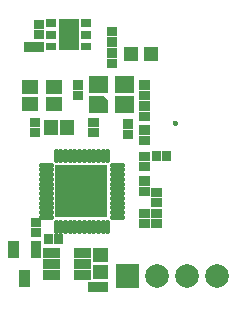
<source format=gts>
G04 Layer: TopSolderMaskLayer*
G04 EasyEDA v6.2.46, 2019-12-26T15:44:02--5:00*
G04 111d7bdae86b4e7985bcd74f00d2b945,ad3383c819c44bf79b2f5f1fb32db82d,10*
G04 Gerber Generator version 0.2*
G04 Scale: 100 percent, Rotated: No, Reflected: No *
G04 Dimensions in inches *
G04 leading zeros omitted , absolute positions ,2 integer and 4 decimal *
%FSLAX24Y24*%
%MOIN*%
G90*
G70D02*

%ADD39C,0.016661*%
%ADD42R,0.051000X0.047000*%
%ADD48C,0.078866*%

%LPD*%
G54D39*
G01X1854Y2522D02*
G01X1854Y2215D01*
G01X2011Y2522D02*
G01X2011Y2215D01*
G01X2168Y2522D02*
G01X2168Y2215D01*
G01X2326Y2522D02*
G01X2326Y2215D01*
G01X2483Y2522D02*
G01X2483Y2215D01*
G01X2641Y2522D02*
G01X2641Y2215D01*
G01X2798Y2522D02*
G01X2798Y2215D01*
G01X2956Y2522D02*
G01X2956Y2215D01*
G01X3113Y2522D02*
G01X3113Y2215D01*
G01X3271Y2522D02*
G01X3271Y2215D01*
G01X3428Y2522D02*
G01X3428Y2215D01*
G01X3586Y2522D02*
G01X3586Y2215D01*
G01X3586Y4577D02*
G01X3586Y4884D01*
G01X3428Y4577D02*
G01X3428Y4884D01*
G01X3271Y4577D02*
G01X3271Y4884D01*
G01X3113Y4577D02*
G01X3113Y4884D01*
G01X2956Y4577D02*
G01X2956Y4884D01*
G01X2798Y4577D02*
G01X2798Y4884D01*
G01X2641Y4577D02*
G01X2641Y4884D01*
G01X2483Y4577D02*
G01X2483Y4884D01*
G01X2326Y4577D02*
G01X2326Y4884D01*
G01X2168Y4577D02*
G01X2168Y4884D01*
G01X2011Y4577D02*
G01X2011Y4884D01*
G01X1854Y4577D02*
G01X1854Y4884D01*
G01X3747Y4416D02*
G01X4054Y4416D01*
G01X3747Y4258D02*
G01X4054Y4258D01*
G01X3747Y4101D02*
G01X4054Y4101D01*
G01X3747Y3943D02*
G01X4054Y3943D01*
G01X3747Y3786D02*
G01X4054Y3786D01*
G01X3747Y3628D02*
G01X4054Y3628D01*
G01X3747Y3471D02*
G01X4054Y3471D01*
G01X3747Y3313D02*
G01X4054Y3313D01*
G01X3747Y3156D02*
G01X4054Y3156D01*
G01X3747Y2998D02*
G01X4054Y2998D01*
G01X3747Y2841D02*
G01X4054Y2841D01*
G01X3747Y2683D02*
G01X4054Y2683D01*
G01X1692Y2683D02*
G01X1385Y2683D01*
G01X1692Y2841D02*
G01X1385Y2841D01*
G01X1692Y2998D02*
G01X1385Y2998D01*
G01X1692Y3156D02*
G01X1385Y3156D01*
G01X1692Y3313D02*
G01X1385Y3313D01*
G01X1692Y3471D02*
G01X1385Y3471D01*
G01X1692Y3628D02*
G01X1385Y3628D01*
G01X1692Y3786D02*
G01X1385Y3786D01*
G01X1692Y3943D02*
G01X1385Y3943D01*
G01X1692Y4101D02*
G01X1385Y4101D01*
G01X1692Y4258D02*
G01X1385Y4258D01*
G01X1692Y4416D02*
G01X1385Y4416D01*
G36*
G01X648Y330D02*
G01X648Y901D01*
G01X1003Y901D01*
G01X1003Y330D01*
G01X648Y330D01*
G37*
G36*
G01X273Y1313D02*
G01X273Y1886D01*
G01X630Y1886D01*
G01X630Y1313D01*
G01X273Y1313D01*
G37*
G36*
G01X1021Y1313D02*
G01X1021Y1886D01*
G01X1378Y1886D01*
G01X1378Y1313D01*
G01X1021Y1313D01*
G37*
G36*
G01X1430Y567D02*
G01X1430Y892D01*
G01X1990Y892D01*
G01X1990Y567D01*
G01X1430Y567D01*
G37*
G36*
G01X1430Y1307D02*
G01X1430Y1632D01*
G01X1990Y1632D01*
G01X1990Y1307D01*
G01X1430Y1307D01*
G37*
G36*
G01X2469Y1307D02*
G01X2469Y1632D01*
G01X3030Y1632D01*
G01X3030Y1307D01*
G01X2469Y1307D01*
G37*
G36*
G01X2469Y938D02*
G01X2469Y1261D01*
G01X3030Y1261D01*
G01X3030Y938D01*
G01X2469Y938D01*
G37*
G36*
G01X2469Y567D02*
G01X2469Y892D01*
G01X3030Y892D01*
G01X3030Y567D01*
G01X2469Y567D01*
G37*
G36*
G01X1430Y936D02*
G01X1430Y1263D01*
G01X1990Y1263D01*
G01X1990Y936D01*
G01X1430Y936D01*
G37*
G54D42*
G01X5050Y8100D03*
G01X4380Y8100D03*
G36*
G01X5850Y5709D02*
G01X5838Y5711D01*
G01X5828Y5713D01*
G01X5817Y5715D01*
G01X5807Y5719D01*
G01X5790Y5732D01*
G01X5782Y5740D01*
G01X5769Y5757D01*
G01X5765Y5767D01*
G01X5763Y5778D01*
G01X5761Y5788D01*
G01X5759Y5800D01*
G01X5761Y5811D01*
G01X5763Y5821D01*
G01X5765Y5832D01*
G01X5769Y5842D01*
G01X5782Y5859D01*
G01X5790Y5867D01*
G01X5807Y5880D01*
G01X5817Y5884D01*
G01X5828Y5886D01*
G01X5838Y5888D01*
G01X5850Y5890D01*
G01X5861Y5888D01*
G01X5871Y5886D01*
G01X5882Y5884D01*
G01X5892Y5880D01*
G01X5909Y5867D01*
G01X5917Y5859D01*
G01X5930Y5842D01*
G01X5934Y5832D01*
G01X5936Y5821D01*
G01X5938Y5811D01*
G01X5940Y5800D01*
G01X5938Y5788D01*
G01X5936Y5778D01*
G01X5934Y5767D01*
G01X5930Y5757D01*
G01X5917Y5740D01*
G01X5909Y5732D01*
G01X5892Y5719D01*
G01X5882Y5715D01*
G01X5871Y5713D01*
G01X5861Y5711D01*
G01X5850Y5709D01*
G37*
G36*
G01X2971Y6138D02*
G01X2971Y6692D01*
G01X3461Y6692D01*
G01X3603Y6550D01*
G01X3603Y6138D01*
G01X2971Y6138D01*
G37*
G36*
G01X3836Y6138D02*
G01X3836Y6692D01*
G01X4469Y6692D01*
G01X4469Y6138D01*
G01X3836Y6138D01*
G37*
G36*
G01X3836Y6807D02*
G01X3836Y7361D01*
G01X4469Y7361D01*
G01X4469Y6807D01*
G01X3836Y6807D01*
G37*
G36*
G01X2971Y6807D02*
G01X2971Y7361D01*
G01X3603Y7361D01*
G01X3603Y6807D01*
G01X2971Y6807D01*
G37*
G36*
G01X1853Y2684D02*
G01X1853Y4417D01*
G01X3586Y4417D01*
G01X3586Y2684D01*
G01X1853Y2684D01*
G37*
G36*
G01X742Y6763D02*
G01X742Y7236D01*
G01X1257Y7236D01*
G01X1257Y6763D01*
G01X742Y6763D01*
G37*
G36*
G01X742Y6211D02*
G01X742Y6686D01*
G01X1257Y6686D01*
G01X1257Y6211D01*
G01X742Y6211D01*
G37*
G36*
G01X1461Y5392D02*
G01X1461Y5907D01*
G01X1936Y5907D01*
G01X1936Y5392D01*
G01X1461Y5392D01*
G37*
G36*
G01X2013Y5392D02*
G01X2013Y5907D01*
G01X2486Y5907D01*
G01X2486Y5392D01*
G01X2013Y5392D01*
G37*
G36*
G01X3855Y305D02*
G01X3855Y1094D01*
G01X4644Y1094D01*
G01X4644Y305D01*
G01X3855Y305D01*
G37*
G54D48*
G01X5250Y700D03*
G01X6250Y700D03*
G01X7250Y700D03*
G36*
G01X1542Y6763D02*
G01X1542Y7236D01*
G01X2057Y7236D01*
G01X2057Y6763D01*
G01X1542Y6763D01*
G37*
G36*
G01X1542Y6211D02*
G01X1542Y6686D01*
G01X2057Y6686D01*
G01X2057Y6211D01*
G01X1542Y6211D01*
G37*
G36*
G01X2692Y8226D02*
G01X2692Y8484D01*
G01X3048Y8484D01*
G01X3048Y8226D01*
G01X2692Y8226D01*
G37*
G36*
G01X2692Y8621D02*
G01X2692Y8878D01*
G01X3048Y8878D01*
G01X3048Y8621D01*
G01X2692Y8621D01*
G37*
G36*
G01X2692Y9015D02*
G01X2692Y9273D01*
G01X3048Y9273D01*
G01X3048Y9015D01*
G01X2692Y9015D01*
G37*
G36*
G01X1530Y9015D02*
G01X1530Y9273D01*
G01X1886Y9273D01*
G01X1886Y9015D01*
G01X1530Y9015D01*
G37*
G36*
G01X1530Y8621D02*
G01X1530Y8878D01*
G01X1886Y8878D01*
G01X1886Y8621D01*
G01X1530Y8621D01*
G37*
G36*
G01X1530Y8226D02*
G01X1530Y8484D01*
G01X1886Y8484D01*
G01X1886Y8226D01*
G01X1530Y8226D01*
G37*
G36*
G01X1965Y8238D02*
G01X1965Y9261D01*
G01X2634Y9261D01*
G01X2634Y8238D01*
G01X1965Y8238D01*
G37*
G36*
G01X4651Y6909D02*
G01X4651Y7225D01*
G01X4988Y7225D01*
G01X4988Y6909D01*
G01X4651Y6909D01*
G37*
G36*
G01X4651Y6575D02*
G01X4651Y6890D01*
G01X4988Y6890D01*
G01X4988Y6575D01*
G01X4651Y6575D01*
G37*
G36*
G01X2432Y6575D02*
G01X2432Y6890D01*
G01X2767Y6890D01*
G01X2767Y6575D01*
G01X2432Y6575D01*
G37*
G36*
G01X2432Y6909D02*
G01X2432Y7225D01*
G01X2767Y7225D01*
G01X2767Y6909D01*
G01X2432Y6909D01*
G37*
G36*
G01X4651Y3709D02*
G01X4651Y4025D01*
G01X4988Y4025D01*
G01X4988Y3709D01*
G01X4651Y3709D01*
G37*
G36*
G01X4651Y3375D02*
G01X4651Y3690D01*
G01X4988Y3690D01*
G01X4988Y3375D01*
G01X4651Y3375D01*
G37*
G36*
G01X3582Y8357D02*
G01X3582Y8673D01*
G01X3917Y8673D01*
G01X3917Y8357D01*
G01X3582Y8357D01*
G37*
G36*
G01X3582Y8692D02*
G01X3582Y9007D01*
G01X3917Y9007D01*
G01X3917Y8692D01*
G01X3582Y8692D01*
G37*
G36*
G01X807Y8182D02*
G01X807Y8517D01*
G01X1123Y8517D01*
G01X1123Y8182D01*
G01X807Y8182D01*
G37*
G36*
G01X1142Y8182D02*
G01X1142Y8517D01*
G01X1457Y8517D01*
G01X1457Y8182D01*
G01X1142Y8182D01*
G37*
G36*
G01X4651Y5409D02*
G01X4651Y5725D01*
G01X4988Y5725D01*
G01X4988Y5409D01*
G01X4651Y5409D01*
G37*
G36*
G01X4651Y5075D02*
G01X4651Y5390D01*
G01X4988Y5390D01*
G01X4988Y5075D01*
G01X4651Y5075D01*
G37*
G36*
G01X5051Y3342D02*
G01X5051Y3657D01*
G01X5388Y3657D01*
G01X5388Y3342D01*
G01X5051Y3342D01*
G37*
G36*
G01X5051Y3007D02*
G01X5051Y3323D01*
G01X5388Y3323D01*
G01X5388Y3007D01*
G01X5051Y3007D01*
G37*
G36*
G01X4651Y5875D02*
G01X4651Y6190D01*
G01X4988Y6190D01*
G01X4988Y5875D01*
G01X4651Y5875D01*
G37*
G36*
G01X4651Y6209D02*
G01X4651Y6525D01*
G01X4988Y6525D01*
G01X4988Y6209D01*
G01X4651Y6209D01*
G37*
G36*
G01X1001Y5325D02*
G01X1001Y5640D01*
G01X1338Y5640D01*
G01X1338Y5325D01*
G01X1001Y5325D01*
G37*
G36*
G01X1001Y5659D02*
G01X1001Y5975D01*
G01X1338Y5975D01*
G01X1338Y5659D01*
G01X1001Y5659D01*
G37*
G36*
G01X3582Y7976D02*
G01X3582Y8292D01*
G01X3917Y8292D01*
G01X3917Y7976D01*
G01X3582Y7976D01*
G37*
G36*
G01X3582Y7642D02*
G01X3582Y7957D01*
G01X3917Y7957D01*
G01X3917Y7642D01*
G01X3582Y7642D01*
G37*
G36*
G01X4101Y5275D02*
G01X4101Y5590D01*
G01X4438Y5590D01*
G01X4438Y5275D01*
G01X4101Y5275D01*
G37*
G36*
G01X4101Y5609D02*
G01X4101Y5925D01*
G01X4438Y5925D01*
G01X4438Y5609D01*
G01X4101Y5609D01*
G37*
G36*
G01X1132Y8926D02*
G01X1132Y9242D01*
G01X1467Y9242D01*
G01X1467Y8926D01*
G01X1132Y8926D01*
G37*
G36*
G01X1132Y8592D02*
G01X1132Y8907D01*
G01X1467Y8907D01*
G01X1467Y8592D01*
G01X1132Y8592D01*
G37*
G36*
G01X5061Y4532D02*
G01X5061Y4867D01*
G01X5378Y4867D01*
G01X5378Y4532D01*
G01X5061Y4532D01*
G37*
G36*
G01X5396Y4532D02*
G01X5396Y4867D01*
G01X5711Y4867D01*
G01X5711Y4532D01*
G01X5396Y4532D01*
G37*
G36*
G01X1032Y2326D02*
G01X1032Y2642D01*
G01X1367Y2642D01*
G01X1367Y2326D01*
G01X1032Y2326D01*
G37*
G36*
G01X1032Y1992D02*
G01X1032Y2307D01*
G01X1367Y2307D01*
G01X1367Y1992D01*
G01X1032Y1992D01*
G37*
G36*
G01X2951Y5325D02*
G01X2951Y5640D01*
G01X3288Y5640D01*
G01X3288Y5325D01*
G01X2951Y5325D01*
G37*
G36*
G01X2951Y5659D02*
G01X2951Y5975D01*
G01X3288Y5975D01*
G01X3288Y5659D01*
G01X2951Y5659D01*
G37*
G36*
G01X4651Y4542D02*
G01X4651Y4857D01*
G01X4988Y4857D01*
G01X4988Y4542D01*
G01X4651Y4542D01*
G37*
G36*
G01X4651Y4207D02*
G01X4651Y4523D01*
G01X4988Y4523D01*
G01X4988Y4207D01*
G01X4651Y4207D01*
G37*
G36*
G01X4651Y2642D02*
G01X4651Y2957D01*
G01X4988Y2957D01*
G01X4988Y2642D01*
G01X4651Y2642D01*
G37*
G36*
G01X4651Y2307D02*
G01X4651Y2623D01*
G01X4988Y2623D01*
G01X4988Y2307D01*
G01X4651Y2307D01*
G37*
G36*
G01X1792Y1782D02*
G01X1792Y2117D01*
G01X2107Y2117D01*
G01X2107Y1782D01*
G01X1792Y1782D01*
G37*
G36*
G01X1457Y1782D02*
G01X1457Y2117D01*
G01X1773Y2117D01*
G01X1773Y1782D01*
G01X1457Y1782D01*
G37*
G36*
G01X5051Y2642D02*
G01X5051Y2957D01*
G01X5388Y2957D01*
G01X5388Y2642D01*
G01X5051Y2642D01*
G37*
G36*
G01X5051Y2307D02*
G01X5051Y2623D01*
G01X5388Y2623D01*
G01X5388Y2307D01*
G01X5051Y2307D01*
G37*
G36*
G01X3092Y611D02*
G01X3092Y1086D01*
G01X3607Y1086D01*
G01X3607Y611D01*
G01X3092Y611D01*
G37*
G36*
G01X3092Y1163D02*
G01X3092Y1636D01*
G01X3607Y1636D01*
G01X3607Y1163D01*
G01X3092Y1163D01*
G37*
G36*
G01X3276Y182D02*
G01X3276Y517D01*
G01X3592Y517D01*
G01X3592Y182D01*
G01X3276Y182D01*
G37*
G36*
G01X2942Y182D02*
G01X2942Y517D01*
G01X3257Y517D01*
G01X3257Y182D01*
G01X2942Y182D01*
G37*
M00*
M02*

</source>
